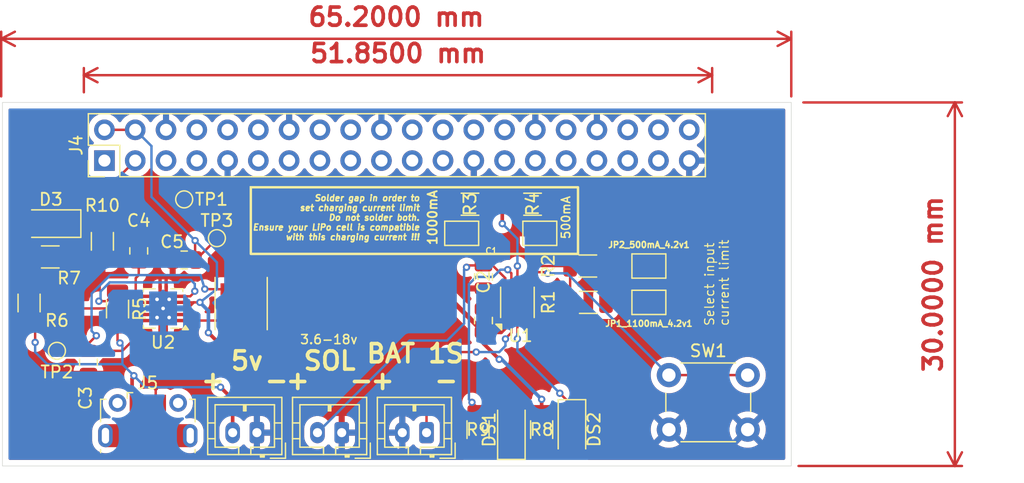
<source format=kicad_pcb>
(kicad_pcb (version 20241229) (generator "pcbnew") (generator_version "9.0")
  (layers (0 "F.Cu" signal) (2 "B.Cu" signal) (13 "F.Paste" user) (15 "B.Paste" user) (5 "F.SilkS" user "F.Silkscreen") (7 "B.SilkS" user "B.Silkscreen") (1 "F.Mask" user) (3 "B.Mask" user) (25 "Edge.Cuts" user))
  (net 0 "")
  (net 1 "GND")
  (net 2 "V_SYS")
  (net 3 "+5V")
  (net 4 "Net-(U2-FB)")
  (net 5 "Net-(U2-PG)")
  (net 6 "Net-(U1-STAT1)")
  (net 7 "Net-(JP4_ISET_500mA1-B)")
  (net 8 "ISET")
  (net 9 "Net-(JP3_ISET_1A1-B)")
  (net 10 "ILIM")
  (net 11 "Net-(JP2_500mA_4.2v1-B)")
  (net 12 "Net-(JP1_1100mA_4.2v1-B)")
  (net 13 "Net-(U1-TS{slash}MR)")
  (net 14 "+BATT")
  (net 15 "Net-(J1-Pin_2)")
  (net 17 "Net-(L1-XFL4020-102MEB1-Pad2)")
  (net 18 "Net-(U2-SS)")
  (net 51 "Net-(D3-A)")
  (net 52 "Net-(DS2-A)")
  (net 53 "Net-(DS1-K)")
  (net 54 "Net-(D3-K)")
  (net 55 "Net-(DS2-K)")
  (footprint "Jumper:SolderJumper-2_P1.3mm_Open_Pad1.0x1.5mm" (layer "F.Cu") (at 58.85 71.8)
    (property "Reference" "500mA" (at 2.15 -1.3 90) (layer "F.SilkS") (effects (font (size 0.7 0.7) (thickness 0.125))))
    (property "Value" "SolderJumper_2_Open")
    (pad "1" smd rect (at -0.65 0) (size 1 1.5) (layers "F.Cu" "F.Mask") (net 1 "GND"))
    (pad "2" smd rect (at 0.65 0) (size 1 1.5) (layers "F.Cu" "F.Mask") (net 7 "Net-(JP4_ISET_500mA1-B)"))
  )
  (footprint "Resistor_SMD:R_1206_3216Metric" (layer "F.Cu") (at 58.25 69.4)
    (property "Reference" "R4" (at 0 0 270) (layer "F.SilkS"))
    (property "Value" "600 ohm")
    (pad "1" smd roundrect (at -1.4625 0) (size 1.125 1.75) (layers "F.Cu" "F.Mask" "F.Paste") (roundrect_rratio 0.222222) (net 8 "ISET"))
    (pad "2" smd roundrect (at 1.4625 0) (size 1.125 1.75) (layers "F.Cu" "F.Mask" "F.Paste") (roundrect_rratio 0.222222) (net 7 "Net-(JP4_ISET_500mA1-B)"))
  )
  (footprint "TestPoint:TestPoint_Pad_D1.0mm" (layer "F.Cu") (at 32.2 72.2)
    (property "Reference" "TP3" (at 0 -1.448 0) (layer "F.SilkS"))
    (property "Value" "TestPoint")
    (pad "1" smd circle (at 0 0) (size 1 1) (layers "F.Cu" "F.Mask") (net 3 "+5V"))
  )
  (footprint "Jumper:SolderJumper-2_P1.3mm_Open_Pad1.0x1.5mm" (layer "F.Cu") (at 67.85 77.5 180)
    (property "Reference" "JP1_1100mA_4.2v1" (at 0 -1.75 0) (layer "F.SilkS") (effects (font (size 0.5 0.5) (thickness 0.125))))
    (property "Value" "SolderJumper_2_Open")
    (pad "1" smd rect (at -0.65 0 180) (size 1 1.5) (layers "F.Cu" "F.Mask") (net 1 "GND"))
    (pad "2" smd rect (at 0.65 0 180) (size 1 1.5) (layers "F.Cu" "F.Mask") (net 12 "Net-(JP1_1100mA_4.2v1-B)"))
  )
  (footprint "Capacitor_SMD:C_0805_2012Metric" (layer "F.Cu") (at 54.2 75.4 -90)
    (property "Reference" "C1" (at -2.15 -0.65 180) (layer "F.SilkS") (effects (font (size 0.5 0.5) (thickness 0.1) (bold yes))))
    (property "Value" "1 uF")
    (pad "1" smd roundrect (at -0.95 0 270) (size 1 1.45) (layers "F.Cu" "F.Mask" "F.Paste") (net 15 "Net-(J1-Pin_2)"))
    (pad "2" smd roundrect (at 0.95 0 270) (size 1 1.45) (layers "F.Cu" "F.Mask" "F.Paste") (net 1 "GND"))
  )
  (footprint "Resistor_SMD:R_1206_3216Metric" (layer "F.Cu") (at 16.7 77.55 90)
    (property "Reference" "R6" (at -1.45 2.3 180) (layer "F.SilkS"))
    (property "Value" "402k")
    (pad "1" smd roundrect (at -1.4625 0 90) (size 1.125 1.75) (layers "F.Cu" "F.Mask" "F.Paste") (roundrect_rratio 0.222222) (net 3 "+5V"))
    (pad "2" smd roundrect (at 1.4625 0 90) (size 1.125 1.75) (layers "F.Cu" "F.Mask" "F.Paste") (roundrect_rratio 0.222222) (net 4 "Net-(U2-FB)"))
  )
  (footprint "Jumper:SolderJumper-2_P1.3mm_Open_Pad1.0x1.5mm" (layer "F.Cu") (at 52.4 71.8 180)
    (property "Reference" "1000mA" (at 2.4 1.3 90) (layer "F.SilkS") (effects (font (size 0.75 0.75))))
    (property "Value" "SolderJumper_2_Open")
    (pad "1" smd rect (at -0.65 0 180) (size 1 1.5) (layers "F.Cu" "F.Mask") (net 1 "GND"))
    (pad "2" smd rect (at 0.65 0 180) (size 1 1.5) (layers "F.Cu" "F.Mask") (net 9 "Net-(JP3_ISET_1A1-B)"))
  )
  (footprint "LED_SMD:LED_1206_3216Metric_Pad1.42x1.75mm_HandSolder" (layer "F.Cu") (at 56.5 88 90)
    (property "Reference" "DS1" (at 0 -1.83 90) (layer "F.SilkS"))
    (property "Value" "LED")
    (pad "1" smd roundrect (at -1.4875 0 90) (size 1.425 1.75) (layers "F.Cu" "F.Mask" "F.Paste") (roundrect_rratio 0.175439) (net 53 "Net-(DS1-K)"))
    (pad "2" smd roundrect (at 1.4875 0 90) (size 1.425 1.75) (layers "F.Cu" "F.Mask" "F.Paste") (roundrect_rratio 0.175439) (net 2 "V_SYS"))
  )
  (footprint "Resistor_SMD:R_1206_3216Metric" (layer "F.Cu") (at 53.0875 69.4 180)
    (property "Reference" "R3" (at 0 0 90) (layer "F.SilkS"))
    (property "Value" "300 ohm")
    (pad "1" smd roundrect (at -1.4625 0 180) (size 1.125 1.75) (layers "F.Cu" "F.Mask" "F.Paste") (roundrect_rratio 0.222222) (net 8 "ISET"))
    (pad "2" smd roundrect (at 1.4625 0 180) (size 1.125 1.75) (layers "F.Cu" "F.Mask" "F.Paste") (roundrect_rratio 0.222222) (net 9 "Net-(JP3_ISET_1A1-B)"))
  )
  (footprint "Resistor_SMD:R_1206_3216Metric" (layer "F.Cu") (at 18.45 73.75)
    (property "Reference" "R7" (at 1.55 1.75 0) (layer "F.SilkS"))
    (property "Value" "100k")
    (pad "1" smd roundrect (at -1.4625 0) (size 1.125 1.75) (layers "F.Cu" "F.Mask" "F.Paste") (roundrect_rratio 0.222222) (net 4 "Net-(U2-FB)"))
    (pad "2" smd roundrect (at 1.4625 0) (size 1.125 1.75) (layers "F.Cu" "F.Mask" "F.Paste") (roundrect_rratio 0.222222) (net 1 "GND"))
  )
  (footprint "TestPoint:TestPoint_Pad_D1.0mm" (layer "F.Cu") (at 19 81.5)
    (property "Reference" "TP2" (at 0 1.75 0) (layer "F.SilkS"))
    (property "Value" "TestPoint")
    (pad "1" smd circle (at 0 0) (size 1 1) (layers "F.Cu" "F.Mask") (net 2 "V_SYS"))
  )
  (footprint "Resistor_SMD:R_1206_3216Metric" (layer "F.Cu") (at 22.75 72.4625 -90)
    (property "Reference" "R10" (at -2.9625 0 0) (layer "F.SilkS"))
    (property "Value" "470")
    (pad "1" smd roundrect (at -1.4625 0 270) (size 1.125 1.75) (layers "F.Cu" "F.Mask" "F.Paste") (roundrect_rratio 0.222222) (net 54 "Net-(D3-K)"))
    (pad "2" smd roundrect (at 1.4625 0 270) (size 1.125 1.75) (layers "F.Cu" "F.Mask" "F.Paste") (roundrect_rratio 0.222222) (net 1 "GND"))
  )
  (footprint "Capacitor_SMD:C_0805_2012Metric" (layer "F.Cu") (at 25.75 73.25 90)
    (property "Reference" "C4" (at 2.5 0 0) (layer "F.SilkS"))
    (property "Value" "10nF")
    (pad "1" smd roundrect (at -0.95 0 90) (size 1 1.45) (layers "F.Cu" "F.Mask" "F.Paste") (net 18 "Net-(U2-SS)"))
    (pad "2" smd roundrect (at 0.95 0 90) (size 1 1.45) (layers "F.Cu" "F.Mask" "F.Paste") (net 1 "GND"))
  )
  (footprint "LED_SMD:LED_1206_3216Metric_Pad1.42x1.75mm_HandSolder" (layer "F.Cu") (at 61.5 87.9875 -90)
    (property "Reference" "DS2" (at 0 -1.83 90) (layer "F.SilkS"))
    (property "Value" "LED")
    (pad "1" smd roundrect (at -1.4875 0 270) (size 1.425 1.75) (layers "F.Cu" "F.Mask" "F.Paste") (roundrect_rratio 0.175439) (net 55 "Net-(DS2-K)"))
    (pad "2" smd roundrect (at 1.4875 0 270) (size 1.425 1.75) (layers "F.Cu" "F.Mask" "F.Paste") (roundrect_rratio 0.175439) (net 52 "Net-(DS2-A)"))
  )
  (footprint "TestPoint:TestPoint_Pad_D1.0mm" (layer "F.Cu") (at 29.5 69)
    (property "Reference" "TP1" (at 2.25 0 0) (layer "F.SilkS"))
    (property "Value" "TestPoint")
    (pad "1" smd circle (at 0 0) (size 1 1) (layers "F.Cu" "F.Mask") (net 1 "GND"))
  )
  (footprint "Resistor_SMD:R_1206_3216Metric" (layer "F.Cu") (at 62.85 77.5)
    (property "Reference" "R1" (at -3.3 0 90) (layer "F.SilkS"))
    (property "Value" "13 Kohm")
    (pad "1" smd roundrect (at -1.4625 0) (size 1.125 1.75) (layers "F.Cu" "F.Mask" "F.Paste") (roundrect_rratio 0.222222) (net 10 "ILIM"))
    (pad "2" smd roundrect (at 1.4625 0) (size 1.125 1.75) (layers "F.Cu" "F.Mask" "F.Paste") (roundrect_rratio 0.222222) (net 12 "Net-(JP1_1100mA_4.2v1-B)"))
  )
  (footprint "Connector_USB:USB_Micro-B_Molex-105017-0001" (layer "F.Cu") (at 26.5 87.2625)
    (property "Reference" "J5" (at 0 -3.1125 0) (layer "F.SilkS"))
    (property "Value" "USB_A")
    (pad "1" smd rect (at -1.3 -1.4625) (size 0.4 1.35) (layers "F.Cu" "F.Mask" "F.Paste") (net 3 "+5V"))
    (pad "2" smd rect (at -0.65 -1.4625) (size 0.4 1.35) (layers "F.Cu" "F.Mask" "F.Paste"))
    (pad "3" smd rect (at 0 -1.4625) (size 0.4 1.35) (layers "F.Cu" "F.Mask" "F.Paste"))
    (pad "4" smd rect (at 0.65 -1.4625) (size 0.4 1.35) (layers "F.Cu" "F.Mask" "F.Paste") (net 1 "GND"))
    (pad "5" smd rect (at 1.3 -1.4625) (size 0.4 1.35) (layers "F.Cu" "F.Mask" "F.Paste"))
    (pad "6" thru_hole oval (at -3.5 1.2375 180) (size 1.2 1.9) (drill oval 0.6 1.3) (layers "*.Cu" "*.Mask"))
    (pad "6" smd rect (at -2.9 1.2375) (size 1.2 1.9) (layers "F.Cu" "F.Mask"))
    (pad "6" thru_hole circle (at -2.5 -1.4625) (size 1.45 1.45) (drill 0.85) (layers "*.Cu" "*.Mask"))
    (pad "6" smd rect (at -1 1.2375) (size 1.5 1.9) (layers "F.Cu" "F.Mask" "F.Paste"))
    (pad "6" smd rect (at 1 1.2375) (size 1.5 1.9) (layers "F.Cu" "F.Mask" "F.Paste"))
    (pad "6" thru_hole circle (at 2.5 -1.4625) (size 1.45 1.45) (drill 0.85) (layers "*.Cu" "*.Mask"))
    (pad "6" smd rect (at 2.9 1.2375) (size 1.2 1.9) (layers "F.Cu" "F.Mask"))
    (pad "6" thru_hole oval (at 3.5 1.2375) (size 1.2 1.9) (drill oval 0.6 1.3) (layers "*.Cu" "*.Mask"))
  )
  (footprint "Resistor_SMD:R_1206_3216Metric" (layer "F.Cu") (at 24 78.05 -90)
    (property "Reference" "R5" (at 0 -1.83 270) (layer "F.SilkS"))
    (property "Value" "1M")
    (pad "1" smd roundrect (at -1.4625 0 270) (size 1.125 1.75) (layers "F.Cu" "F.Mask" "F.Paste") (roundrect_rratio 0.222222) (net 5 "Net-(U2-PG)"))
    (pad "2" smd roundrect (at 1.4625 0 270) (size 1.125 1.75) (layers "F.Cu" "F.Mask" "F.Paste") (roundrect_rratio 0.222222) (net 3 "+5V"))
  )
  (footprint "Inductor_SMD:L_Coilcraft_XxL4020" (layer "F.Cu") (at 34.2 77.6 -90)
    (property "Reference" "L1-XFL4020-102MEB1" (hide yes))
    (property "Value" "1uH")
    (pad "1" smd rect (at -1.185 0 270) (size 0.98 3.4) (layers "F.Cu" "F.Mask" "F.Paste") (net 2 "V_SYS"))
    (pad "2" smd rect (at 1.185 0 270) (size 0.98 3.4) (layers "F.Cu" "F.Mask" "F.Paste") (net 17 "Net-(L1-XFL4020-102MEB1-Pad2)"))
  )
  (footprint "Package_SON:Texas_S-PVSON-N10_ThermalVias" (layer "F.Cu") (at 27.76 78 180)
    (property "Reference" "U2" (at 0 -2.8 180) (layer "F.SilkS"))
    (property "Value" "TPS61230DRC")
    (pad "1" smd rect (at -1.76 -1 180) (size 0.28 0.28) (layers "F.Cu" "F.Mask" "F.Paste") (net 17 "Net-(L1-XFL4020-102MEB1-Pad2)"))
    (pad "1" smd oval (at -1.475 -1 180) (size 0.85 0.28) (layers "F.Cu" "F.Mask" "F.Paste") (net 17 "Net-(L1-XFL4020-102MEB1-Pad2)"))
    (pad "2" smd rect (at -1.76 -0.5 180) (size 0.28 0.28) (layers "F.Cu" "F.Mask" "F.Paste") (net 17 "Net-(L1-XFL4020-102MEB1-Pad2)"))
    (pad "2" smd oval (at -1.475 -0.5 180) (size 0.85 0.28) (layers "F.Cu" "F.Mask" "F.Paste") (net 17 "Net-(L1-XFL4020-102MEB1-Pad2)"))
    (pad "3" smd rect (at -1.76 0 180) (size 0.28 0.28) (layers "F.Cu" "F.Mask" "F.Paste") (net 3 "+5V"))
    (pad "3" smd oval (at -1.475 0 180) (size 0.85 0.28) (layers "F.Cu" "F.Mask" "F.Paste") (net 3 "+5V"))
    (pad "4" smd rect (at -1.76 0.5 180) (size 0.28 0.28) (layers "F.Cu" "F.Mask" "F.Paste") (net 3 "+5V"))
    (pad "4" smd oval (at -1.475 0.5 180) (size 0.85 0.28) (layers "F.Cu" "F.Mask" "F.Paste") (net 3 "+5V"))
    (pad "5" smd rect (at -1.76 1 180) (size 0.28 0.28) (layers "F.Cu" "F.Mask" "F.Paste") (net 5 "Net-(U2-PG)"))
    (pad "5" smd oval (at -1.475 1 180) (size 0.85 0.28) (layers "F.Cu" "F.Mask" "F.Paste") (net 5 "Net-(U2-PG)"))
    (pad "6" smd oval (at 1.475 1 180) (size 0.85 0.28) (layers "F.Cu" "F.Mask" "F.Paste") (net 18 "Net-(U2-SS)"))
    (pad "6" smd rect (at 1.76 1 180) (size 0.28 0.28) (layers "F.Cu" "F.Mask" "F.Paste") (net 18 "Net-(U2-SS)"))
    (pad "7" smd oval (at 1.475 0.5 180) (size 0.85 0.28) (layers "F.Cu" "F.Mask" "F.Paste") (net 4 "Net-(U2-FB)"))
    (pad "7" smd rect (at 1.76 0.5 180) (size 0.28 0.28) (layers "F.Cu" "F.Mask" "F.Paste") (net 4 "Net-(U2-FB)"))
    (pad "8" smd oval (at 1.475 0 180) (size 0.85 0.28) (layers "F.Cu" "F.Mask" "F.Paste"))
    (pad "8" smd rect (at 1.76 0 180) (size 0.28 0.28) (layers "F.Cu" "F.Mask" "F.Paste"))
    (pad "9" smd oval (at 1.475 -0.5 180) (size 0.85 0.28) (layers "F.Cu" "F.Mask" "F.Paste") (net 2 "V_SYS"))
    (pad "9" smd rect (at 1.76 -0.5 180) (size 0.28 0.28) (layers "F.Cu" "F.Mask" "F.Paste") (net 2 "V_SYS"))
    (pad "10" smd oval (at 1.475 -1 180) (size 0.85 0.28) (layers "F.Cu" "F.Mask" "F.Paste") (net 2 "V_SYS"))
    (pad "10" smd rect (at 1.76 -1 180) (size 0.28 0.28) (layers "F.Cu" "F.Mask" "F.Paste") (net 2 "V_SYS"))
    (pad "11" thru_hole circle (at -0.5 -0.75 180) (size 0.6 0.6) (drill 0.3) (layers "*.Cu" "*.Mask") (net 1 "GND"))
    (pad "11" thru_hole circle (at -0.5 0.75 180) (size 0.6 0.6) (drill 0.3) (layers "*.Cu" "*.Mask") (net 1 "GND"))
    (pad "11" smd rect (at -0.45 -0.635 180) (size 0.68 1.05) (layers "F.Cu" "F.Mask" "F.Paste") (net 1 "GND"))
    (pad "11" smd rect (at -0.45 0.635 180) (size 0.68 1.05) (layers "F.Cu" "F.Mask" "F.Paste") (net 1 "GND"))
    (pad "11" smd rect (at -0.25 -1.63 180) (size 0.26 0.5) (layers "F.Cu" "F.Mask" "F.Paste") (net 1 "GND"))
    (pad "11" smd rect (at -0.25 -1.55 180) (size 0.28 0.7) (layers "F.Cu" "F.Mask") (net 1 "GND"))
    (pad "11" smd rect (at -0.25 1.55 180) (size 0.28 0.7) (layers "F.Cu" "F.Mask") (net 1 "GND"))
    (pad "11" smd rect (at -0.25 1.63 180) (size 0.26 0.5) (layers "F.Cu" "F.Mask" "F.Paste") (net 1 "GND"))
    (pad "11" thru_hole circle (at 0 0 180) (size 0.6 0.6) (drill 0.3) (layers "*.Cu" "*.Mask") (net 1 "GND"))
    (pad "11" smd rect (at 0 0 180) (size 1.65 2.4) (layers "F.Cu" "F.Mask") (net 1 "GND"))
    (pad "11" smd rect (at 0 0 180) (size 2.3 2.8) (layers "B.Cu") (net 1 "GND"))
    (pad "11" smd rect (at 0.25 -1.63 180) (size 0.26 0.5) (layers "F.Cu" "F.Mask" "F.Paste") (net 1 "GND"))
    (pad "11" smd rect (at 0.25 -1.55 180) (size 0.28 0.7) (layers "F.Cu" "F.Mask") (net 1 "GND"))
    (pad "11" smd rect (at 0.25 1.55 180) (size 0.28 0.7) (layers "F.Cu" "F.Mask") (net 1 "GND"))
    (pad "11" smd rect (at 0.25 1.63 180) (size 0.26 0.5) (layers "F.Cu" "F.Mask" "F.Paste") (net 1 "GND"))
    (pad "11" smd rect (at 0.45 -0.635 180) (size 0.68 1.05) (layers "F.Cu" "F.Mask" "F.Paste") (net 1 "GND"))
    (pad "11" smd rect (at 0.45 0.635 180) (size 0.68 1.05) (layers "F.Cu" "F.Mask" "F.Paste") (net 1 "GND"))
    (pad "11" thru_hole circle (at 0.5 -0.75 180) (size 0.6 0.6) (drill 0.3) (layers "*.Cu" "*.Mask") (net 1 "GND"))
    (pad "11" thru_hole circle (at 0.5 0.75 180) (size 0.6 0.6) (drill 0.3) (layers "*.Cu" "*.Mask") (net 1 "GND"))
  )
  (footprint "Connector_PinHeader_2.54mm:PinHeader_2x20_P2.54mm_Vertical" (layer "F.Cu") (at 22.92 65.8 90)
    (property "Reference" "J4" (at 1.27 -2.33 270) (layer "F.SilkS"))
    (property "Value" "Conn_02x20_Odd_Even" (hide yes))
    (pad "1" thru_hole rect (at 0 0 90) (size 1.7 1.7) (drill 1) (layers "*.Cu" "*.Mask"))
    (pad "2" thru_hole oval (at 2.54 0 90) (size 1.7 1.7) (drill 1) (layers "*.Cu" "*.Mask") (net 3 "+5V"))
    (pad "3" thru_hole oval (at 0 2.54 90) (size 1.7 1.7) (drill 1) (layers "*.Cu" "*.Mask") (net 51 "Net-(D3-A)"))
    (pad "4" thru_hole oval (at 2.54 2.54 90) (size 1.7 1.7) (drill 1) (layers "*.Cu" "*.Mask") (net 3 "+5V"))
    (pad "5" thru_hole oval (at 0 5.08 90) (size 1.7 1.7) (drill 1) (layers "*.Cu" "*.Mask"))
    (pad "6" thru_hole oval (at 2.54 5.08 90) (size 1.7 1.7) (drill 1) (layers "*.Cu" "*.Mask") (net 1 "GND"))
    (pad "7" thru_hole oval (at 0 7.62 90) (size 1.7 1.7) (drill 1) (layers "*.Cu" "*.Mask"))
    (pad "8" thru_hole oval (at 2.54 7.62 90) (size 1.7 1.7) (drill 1) (layers "*.Cu" "*.Mask"))
    (pad "9" thru_hole oval (at 0 10.16 90) (size 1.7 1.7) (drill 1) (layers "*.Cu" "*.Mask") (net 1 "GND"))
    (pad "10" thru_hole oval (at 2.54 10.16 90) (size 1.7 1.7) (drill 1) (layers "*.Cu" "*.Mask"))
    (pad "11" thru_hole oval (at 0 12.7 90) (size 1.7 1.7) (drill 1) (layers "*.Cu" "*.Mask"))
    (pad "12" thru_hole oval (at 2.54 12.7 90) (size 1.7 1.7) (drill 1) (layers "*.Cu" "*.Mask"))
    (pad "13" thru_hole oval (at 0 15.24 90) (size 1.7 1.7) (drill 1) (layers "*.Cu" "*.Mask"))
    (pad "14" thru_hole oval (at 2.54 15.24 90) (size 1.7 1.7) (drill 1) (layers "*.Cu" "*.Mask") (net 1 "GND"))
    (pad "15" thru_hole oval (at 0 17.78 90) (size 1.7 1.7) (drill 1) (layers "*.Cu" "*.Mask"))
    (pad "16" thru_hole oval (at 2.54 17.78 90) (size 1.7 1.7) (drill 1) (layers "*.Cu" "*.Mask"))
    (pad "17" thru_hole oval (at 0 20.32 90) (size 1.7 1.7) (drill 1) (layers "*.Cu" "*.Mask"))
    (pad "18" thru_hole oval (at 2.54 20.32 90) (size 1.7 1.7) (drill 1) (layers "*.Cu" "*.Mask"))
    (pad "19" thru_hole oval (at 0 22.86 90) (size 1.7 1.7) (drill 1) (layers "*.Cu" "*.Mask"))
    (pad "20" thru_hole oval (at 2.54 22.86 90) (size 1.7 1.7) (drill 1) (layers "*.Cu" "*.Mask") (net 1 "GND"))
    (pad "21" thru_hole oval (at 0 25.4 90) (size 1.7 1.7) (drill 1) (layers "*.Cu" "*.Mask"))
    (pad "22" thru_hole oval (at 2.54 25.4 90) (size 1.7 1.7) (drill 1) (layers "*.Cu" "*.Mask"))
    (pad "23" thru_hole oval (at 0 27.94 90) (size 1.7 1.7) (drill 1) (layers "*.Cu" "*.Mask"))
    (pad "24" thru_hole oval (at 2.54 27.94 90) (size 1.7 1.7) (drill 1) (layers "*.Cu" "*.Mask"))
    (pad "25" thru_hole oval (at 0 30.48 90) (size 1.7 1.7) (drill 1) (layers "*.Cu" "*.Mask") (net 1 "GND"))
    (pad "26" thru_hole oval (at 2.54 30.48 90) (size 1.7 1.7) (drill 1) (layers "*.Cu" "*.Mask"))
    (pad "27" thru_hole oval (at 0 33.02 90) (size 1.7 1.7) (drill 1) (layers "*.Cu" "*.Mask"))
    (pad "28" thru_hole oval (at 2.54 33.02 90) (size 1.7 1.7) (drill 1) (layers "*.Cu" "*.Mask"))
    (pad "29" thru_hole oval (at 0 35.56 90) (size 1.7 1.7) (drill 1) (layers "*.Cu" "*.Mask"))
    (pad "30" thru_hole oval (at 2.54 35.56 90) (size 1.7 1.7) (drill 1) (layers "*.Cu" "*.Mask") (net 1 "GND"))
    (pad "31" thru_hole oval (at 0 38.1 90) (size 1.7 1.7) (drill 1) (layers "*.Cu" "*.Mask"))
    (pad "32" thru_hole oval (at 2.54 38.1 90) (size 1.7 1.7) (drill 1) (layers "*.Cu" "*.Mask"))
    (pad "33" thru_hole oval (at 0 40.64 90) (size 1.7 1.7) (drill 1) (layers "*.Cu" "*.Mask"))
    (pad "34" thru_hole oval (at 2.54 40.64 90) (size 1.7 1.7) (drill 1) (layers "*.Cu" "*.Mask") (net 1 "GND"))
    (pad "35" thru_hole oval (at 0 43.18 90) (size 1.7 1.7) (drill 1) (layers "*.Cu" "*.Mask"))
    (pad "36" thru_hole oval (at 2.54 43.18 90) (size 1.7 1.7) (drill 1) (layers "*.Cu" "*.Mask"))
    (pad "37" thru_hole oval (at 0 45.72 90) (size 1.7 1.7) (drill 1) (layers "*.Cu" "*.Mask"))
    (pad "38" thru_hole oval (at 2.54 45.72 90) (size 1.7 1.7) (drill 1) (layers "*.Cu" "*.Mask"))
    (pad "39" thru_hole oval (at 0 48.26 90) (size 1.7 1.7) (drill 1) (layers "*.Cu" "*.Mask") (net 1 "GND"))
    (pad "40" thru_hole oval (at 2.54 48.26 90) (size 1.7 1.7) (drill 1) (layers "*.Cu" "*.Mask"))
  )
  (footprint "Resistor_SMD:R_1206_3216Metric" (layer "F.Cu") (at 53.75 88 90)
    (property "Reference" "R9" (at 0 0 0) (layer "F.SilkS"))
    (property "Value" "2.2k")
    (pad "1" smd roundrect (at -1.4625 0 90) (size 1.125 1.75) (layers "F.Cu" "F.Mask" "F.Paste") (roundrect_rratio 0.222222) (net 53 "Net-(DS1-K)"))
    (pad "2" smd roundrect (at 1.4625 0 90) (size 1.125 1.75) (layers "F.Cu" "F.Mask" "F.Paste") (roundrect_rratio 0.222222) (net 6 "Net-(U1-STAT1)"))
  )
  (footprint "Resistor_SMD:R_1206_3216Metric" (layer "F.Cu") (at 62.8125 74.5)
    (property "Reference" "R2" (at -3.2625 0 90) (layer "F.SilkS"))
    (property "Value" "18 Kohm")
    (pad "1" smd roundrect (at -1.4625 0) (size 1.125 1.75) (layers "F.Cu" "F.Mask" "F.Paste") (roundrect_rratio 0.222222) (net 10 "ILIM"))
    (pad "2" smd roundrect (at 1.4625 0) (size 1.125 1.75) (layers "F.Cu" "F.Mask" "F.Paste") (roundrect_rratio 0.222222) (net 11 "Net-(JP2_500mA_4.2v1-B)"))
  )
  (footprint "Package_SON:WSON-10-1EP_2.5x2.5mm_P0.5mm_EP1.2x2mm" (layer "F.Cu") (at 57 77.5 90)
    (property "Reference" "U1" (at -2.75 0.25 0) (layer "F.SilkS"))
    (property "Value" "BQ25185")
    (pad "1" smd roundrect (at -1.2125 -1 90) (size 0.825 0.25) (layers "F.Cu" "F.Mask" "F.Paste") (net 2 "V_SYS"))
    (pad "2" smd roundrect (at -1.2125 -0.5 90) (size 0.825 0.25) (layers "F.Cu" "F.Mask" "F.Paste") (net 14 "+BATT"))
    (pad "3" smd roundrect (at -1.2125 0 90) (size 0.825 0.25) (layers "F.Cu" "F.Mask" "F.Paste") (net 55 "Net-(DS2-K)"))
    (pad "4" smd roundrect (at -1.2125 0.5 90) (size 0.825 0.25) (layers "F.Cu" "F.Mask" "F.Paste") (net 1 "GND"))
    (pad "5" smd roundrect (at -1.2125 1 90) (size 0.825 0.25) (layers "F.Cu" "F.Mask" "F.Paste") (net 1 "GND"))
    (pad "6" smd roundrect (at 1.2125 1 90) (size 0.825 0.25) (layers "F.Cu" "F.Mask" "F.Paste") (net 13 "Net-(U1-TS{slash}MR)"))
    (pad "7" smd roundrect (at 1.2125 0.5 90) (size 0.825 0.25) (layers "F.Cu" "F.Mask" "F.Paste") (net 10 "ILIM"))
    (pad "8" smd roundrect (at 1.2125 0 90) (size 0.825 0.25) (layers "F.Cu" "F.Mask" "F.Paste") (net 8 "ISET"))
    (pad "9" smd roundrect (at 1.2125 -0.5 90) (size 0.825 0.25) (layers "F.Cu" "F.Mask" "F.Paste") (net 6 "Net-(U1-STAT1)"))
    (pad "10" smd roundrect (at 1.2125 -1 90) (size 0.825 0.25) (layers "F.Cu" "F.Mask" "F.Paste") (net 15 "Net-(J1-Pin_2)"))
    (pad "11" smd rect (at 0 0 90) (size 1.2 2) (property pad_prop_heatsink) (layers "F.Cu" "F.Mask"))
  )
  (footprint "LED_SMD:LED_1206_3216Metric_Pad1.42x1.75mm_HandSolder" (layer "F.Cu") (at 18.5125 71 180)
    (property "Reference" "D3" (at 0.0125 2 0) (layer "F.SilkS"))
    (property "Value" "LED")
    (pad "1" smd roundrect (at -1.4875 0 180) (size 1.425 1.75) (layers "F.Cu" "F.Mask" "F.Paste") (roundrect_rratio 0.175439) (net 54 "Net-(D3-K)"))
    (pad "2" smd roundrect (at 1.4875 0 180) (size 1.425 1.75) (layers "F.Cu" "F.Mask" "F.Paste") (roundrect_rratio 0.175439) (net 51 "Net-(D3-A)"))
  )
  (footprint "Capacitor_SMD:C_0805_2012Metric" (layer "F.Cu") (at 21.6 82.45 -90)
    (property "Reference" "C3" (at 2.95 0.25 90) (layer "F.SilkS"))
    (property "Value" "22 nF")
    (pad "1" smd roundrect (at -0.95 0 270) (size 1 1.45) (layers "F.Cu" "F.Mask" "F.Paste") (net 2 "V_SYS"))
    (pad "2" smd roundrect (at 0.95 0 270) (size 1 1.45) (layers "F.Cu" "F.Mask" "F.Paste") (net 1 "GND"))
  )
  (footprint "Capacitor_SMD:C_0805_2012Metric" (layer "F.Cu") (at 54.2 79 90)
    (property "Reference" "C2" (at 3.2 0 270) (layer "F.SilkS"))
    (property "Value" "1uF")
    (pad "1" smd roundrect (at -0.95 0 90) (size 1 1.45) (layers "F.Cu" "F.Mask" "F.Paste") (net 2 "V_SYS"))
    (pad "2" smd roundrect (at 0.95 0 90) (size 1 1.45) (layers "F.Cu" "F.Mask" "F.Paste") (net 1 "GND"))
  )
  (footprint "Jumper:SolderJumper-2_P1.3mm_Open_Pad1.0x1.5mm" (layer "F.Cu") (at 67.85 74.5 180)
    (property "Reference" "JP2_500mA_4.2v1" (at 0 1.75 0) (layer "F.SilkS") (effects (font (size 0.5 0.5) (thickness 0.125))))
    (property "Value" "SolderJumper_2_Open")
    (pad "1" smd rect (at -0.65 0 180) (size 1 1.5) (layers "F.Cu" "F.Mask") (net 1 "GND"))
    (pad "2" smd rect (at 0.65 0 180) (size 1 1.5) (layers "F.Cu" "F.Mask") (net 11 "Net-(JP2_500mA_4.2v1-B)"))
  )
  (footprint "Resistor_SMD:R_1206_3216Metric" (layer "F.Cu") (at 59 88 90)
    (property "Reference" "R8" (at 0 0 0) (layer "F.SilkS"))
    (property "Value" "2.2k")
    (pad "1" smd roundrect (at -1.4625 0 90) (size 1.125 1.75) (layers "F.Cu" "F.Mask" "F.Paste") (roundrect_rratio 0.222222) (net 52 "Net-(DS2-A)"))
    (pad "2" smd roundrect (at 1.4625 0 90) (size 1.125 1.75) (layers "F.Cu" "F.Mask" "F.Paste") (roundrect_rratio 0.222222) (net 2 "V_SYS"))
  )
  (footprint "Connector_JST:JST_PH_B2B-PH-K_1x02_P2.00mm_Vertical" (layer "F.Cu") (at 42.5 88.25 180)
    (property "Reference" "J1" (hide yes))
    (property "Value" "SOLAR")
    (pad "1" thru_hole roundrect (at 0 0 180) (size 1.2 1.75) (drill 0.75) (layers "*.Cu" "*.Mask") (roundrect_rratio 0.208333) (net 1 "GND"))
    (pad "2" thru_hole oval (at 2 0 180) (size 1.2 1.75) (drill 0.75) (layers "*.Cu" "*.Mask") (net 15 "Net-(J1-Pin_2)"))
  )
  (footprint "Connector_JST:JST_PH_B2B-PH-K_1x02_P2.00mm_Vertical" (layer "F.Cu") (at 35.5 88.25 180)
    (property "Reference" "J2" (hide yes))
    (property "Value" "LOAD")
    (pad "1" thru_hole roundrect (at 0 0 180) (size 1.2 1.75) (drill 0.75) (layers "*.Cu" "*.Mask") (roundrect_rratio 0.208333) (net 1 "GND"))
    (pad "2" thru_hole oval (at 2 0 180) (size 1.2 1.75) (drill 0.75) (layers "*.Cu" "*.Mask") (net 3 "+5V"))
  )
  (footprint "Capacitor_SMD:C_0805_2012Metric" (layer "F.Cu") (at 29.5 74 180)
    (property "Reference" "C5" (at 1 1.5 180) (layer "F.SilkS"))
    (property "Value" "22 uF")
    (pad "1" smd roundrect (at -0.95 0 180) (size 1 1.45) (layers "F.Cu" "F.Mask" "F.Paste") (net 3 "+5V"))
    (pad "2" smd roundrect (at 0.95 0 180) (size 1 1.45) (layers "F.Cu" "F.Mask" "F.Paste") (net 1 "GND"))
  )
  (footprint "Connector_JST:JST_PH_B2B-PH-K_1x02_P2.00mm_Vertical" (layer "F.Cu") (at 49.5 88.25 180)
    (property "Reference" "J3" (hide yes))
    (property "Value" "Conn_01x02_Pin")
    (pad "1" thru_hole roundrect (at 0 0 180) (size 1.2 1.75) (drill 0.75) (layers "*.Cu" "*.Mask") (roundrect_rratio 0.208333) (net 14 "+BATT"))
    (pad "2" thru_hole oval (at 2 0 180) (size 1.2 1.75) (drill 0.75) (layers "*.Cu" "*.Mask") (net 1 "GND"))
  )
  (footprint "Button_Switch_THT:SW_PUSH_6mm" (layer "F.Cu") (at 69.5 83.5)
    (property "Reference" "SW1" (at 3.25 -2 0) (layer "F.SilkS"))
    (property "Value" "SW_Push")
    (pad "1" thru_hole circle (at 0 0 90) (size 2 2) (drill 1.1) (layers "*.Cu" "*.Mask") (net 13 "Net-(U1-TS{slash}MR)"))
    (pad "1" thru_hole circle (at 6.5 0 90) (size 2 2) (drill 1.1) (layers "*.Cu" "*.Mask") (net 13 "Net-(U1-TS{slash}MR)"))
    (pad "2" thru_hole circle (at 0 4.5 90) (size 2 2) (drill 1.1) (layers "*.Cu" "*.Mask") (net 1 "GND"))
    (pad "2" thru_hole circle (at 6.5 4.5 90) (size 2 2) (drill 1.1) (layers "*.Cu" "*.Mask") (net 1 "GND"))
  )
  (gr_rect (start 35 68) (end 62 73.5) (stroke (width 0.2)) (fill no) (layer "F.SilkS"))
  (gr_rect (start 14.5 61) (end 79.6 91) (stroke (width 0.05)) (fill no) (layer "Edge.Cuts"))
  (gr_text "Solder gap in order to\nset charging current limit\nDo not solder both.\nEnsure your LiPo cell is compatible\nwith this charging current !!!" (at 49 70.5 0) (layer "F.SilkS") (effects (font (size 0.5 0.5) (thickness 0.125) (bold yes) (italic yes)) (justify right)))
  (gr_text "SOL" (at 39.2 83.2 0) (layer "F.SilkS") (effects (font (size 1.5 1.5) (thickness 0.3) (bold yes)) (justify left bottom)))
  (gr_text "3.6-18v\n" (at 39 81 0) (layer "F.SilkS") (effects (font (size 0.75 0.75) (thickness 0.125) (bold yes)) (justify left bottom)))
  (gr_text "5v" (at 33.2 83.2 0) (layer "F.SilkS") (effects (font (size 1.5 1.5) (thickness 0.3) (bold yes)) (justify left bottom)))
  (gr_text "-" (at 43 84.8 0) (layer "F.SilkS") (effects (font (size 1.5 1.5) (thickness 0.3) (bold yes)) (justify left bottom)))
  (gr_text "Select input\ncurrent limit" (at 74.5 79.5 90) (layer "F.SilkS") (effects (font (size 0.75 0.75) (thickness 0.1)) (justify left bottom)))
  (gr_text "-" (at 50 84.8 0) (layer "F.SilkS") (effects (font (size 1.5 1.5) (thickness 0.3) (bold yes)) (justify left bottom)))
  (gr_text "+" (at 40 84.8 0) (layer "F.SilkS") (effects (font (size 1.5 1.5) (thickness 0.3) (bold yes)) (justify left bottom mirror)))
  (gr_text "+" (at 33 84.8 0) (layer "F.SilkS") (effects (font (size 1.5 1.5) (thickness 0.3) (bold yes)) (justify left bottom mirror)))
  (gr_text "BAT 1S" (at 44.4 82.6 0) (layer "F.SilkS") (effects (font (size 1.5 1.5) (thickness 0.3) (bold yes)) (justify left bottom)))
  (gr_text "-" (at 36 84.8 0) (layer "F.SilkS") (effects (font (size 1.5 1.5) (thickness 0.3) (bold yes)) (justify left bottom)))
  (gr_text "+" (at 47 84.8 0) (layer "F.SilkS") (effects (font (size 1.5 1.5) (thickness 0.3) (bold yes)) (justify left bottom mirror)))
  (dimension (type orthogonal) (layer "F.Cu") (pts (xy 21.22 60.66) (xy 73.07 60.66)) (height -1.91) (orientation 0) (format (prefix "") (suffix "") (units 3) (units_format 1) (precision 4)) (style (thickness 0.2) (arrow_length 1.27) (text_position_mode 0) (arrow_direction outward) (extension_height 0.58642) (extension_offset 0.5) (keep_text_aligned yes)) (gr_text "51.8500 mm" (at 47.145 56.95 0) (layer "F.Cu") (effects (font (size 1.5 1.5) (thickness 0.3)))))
  (dimension (type orthogonal) (layer "F.Cu") (pts (xy 14.4 61) (xy 79.6 61)) (height -5.25) (orientation 0) (format (prefix "") (suffix "") (units 3) (units_format 1) (precision 4)) (style (thickness 0.2) (arrow_length 1.27) (text_position_mode 0) (arrow_direction outward) (extension_height 0.58642) (extension_offset 0.5) (keep_text_aligned yes)) (gr_text "65.2000 mm" (at 47 53.95 0) (layer "F.Cu") (effects (font (size 1.5 1.5) (thickness 0.3)))))
  (dimension (type orthogonal) (layer "F.Cu") (pts (xy 80.1 61) (xy 79.7 91)) (height 13) (orientation 1) (format (prefix "") (suffix "") (units 3) (units_format 1) (precision 4)) (style (thickness 0.2) (arrow_length 1.27) (text_position_mode 0) (arrow_direction outward) (extension_height 0.58642) (extension_offset 0.5) (keep_text_aligned yes)) (gr_text "30.0000 mm" (at 91.3 76 90) (layer "F.Cu") (effects (font (size 1.5 1.5) (thickness 0.3)))))
  (segment (start 68 78) (end 68.5 77.5) (width 0.2) (layer "F.Cu") (net 1))
  (segment (start 27.15 85.8) (end 27.15 81.35) (width 0.2) (layer "F.Cu") (net 1))
  (segment (start 53.15 72.6) (end 53.05 72.5) (width 0.2) (layer "F.Cu") (net 1))
  (segment (start 53.05 72.5) (end 53.05 71.8) (width 0.2) (layer "F.Cu") (net 1))
  (segment (start 68 78.45) (end 68 78) (width 0.2) (layer "F.Cu") (net 1))
  (segment (start 27.51 80.99) (end 27.51 79.55) (width 0.2) (layer "F.Cu") (net 1))
  (segment (start 27.15 81.35) (end 27.51 80.99) (width 0.2) (layer "F.Cu") (net 1))
  (segment (start 28.01 80.49) (end 27.51 80.99) (width 0.2) (layer "F.Cu") (net 1))
  (segment (start 28.01 79.63) (end 28.01 80.49) (width 0.2) (layer "F.Cu") (net 1))
  (segment (start 25.2 78.8) (end 25.2 79.4) (width 0.2) (layer "F.Cu") (net 2))
  (segment (start 21.6 81.5) (end 19 81.5) (width 0.3) (layer "F.Cu") (net 2))
  (segment (start 25.2 79.4) (end 25.6 79) (width 0.2) (layer "F.Cu") (net 2))
  (segment (start 50.665 76.415) (end 54.2 79.95) (width 0.4) (layer "F.Cu") (net 2))
  (segment (start 21.6 81.5) (end 24.399943 81.5) (width 0.2) (layer "F.Cu") (net 2))
  (segment (start 54.2 80.900735) (end 55.499265 82.2) (width 0.3) (layer "F.Cu") (net 2))
  (segment (start 56 79.6) (end 55.65 79.95) (width 0.35) (layer "F.Cu") (net 2))
  (segment (start 25.2 80.699943) (end 25.2 79.4) (width 0.2) (layer "F.Cu") (net 2))
  (segment (start 21.6 81.5) (end 21.6 80.9) (width 0.2) (layer "F.Cu") (net 2))
  (segment (start 32.015 76.415) (end 34.2 76.415) (width 0.2) (layer "F.Cu") (net 2))
  (segment (start 26 78.5) (end 25.5 78.5) (width 0.2) (layer "F.Cu") (net 2))
  (segment (start 25.5 78.5) (end 25.2 78.8) (width 0.2) (layer "F.Cu") (net 2))
  (segment (start 56 78.7125) (end 56 79.6) (width 0.35) (layer "F.Cu") (net 2))
  (segment (start 21.6 80.9) (end 22.25 80.25) (width 0.2) (layer "F.Cu") (net 2))
  (segment (start 19.1 81.4) (end 19 81.5) (width 0.2) (layer "F.Cu") (net 2))
  (segment (start 31.2 76.4) (end 32.015 76.415) (width 0.2) (layer "F.Cu") (net 2))
  (segment (start 55.65 79.95) (end 54.2 79.95) (width 0.35) (layer "F.Cu") (net 2))
  (segment (start 58.975 86.5125) (end 59 86.5375) (width 0.3) (layer "F.Cu") (net 2))
  (segment (start 56.5 86.5125) (end 58.975 86.5125) (width 0.3) (layer "F.Cu") (net 2))
  (segment (start 59 85.5) (end 59 86.5375) (width 0.3) (layer "F.Cu") (net 2))
  (segment (start 54.2 79.95) (end 54.2 80.900735) (width 0.3) (layer "F.Cu") (net 2))
  (segment (start 24.399943 81.5) (end 25.2 80.699943) (width 0.2) (layer "F.Cu") (net 2))
  (segment (start 50.665 76.415) (end 34.2 76.415) (width 0.4) (layer "F.Cu") (net 2))
  (segment (start 25.6 79) (end 26 79) (width 0.2) (layer "F.Cu") (net 2))
  (via (at 59 85.5) (size 0.6) (drill 0.3) (layers "F.Cu" "B.Cu") (net 2))
  (via (at 22.25 80.25) (size 0.6) (drill 0.3) (layers "F.Cu" "B.Cu") (net 2))
  (via (at 55.499265 82.2) (size 0.6) (drill 0.3) (layers "F.Cu" "B.Cu") (net 2))
  (via (at 31.2 76.4) (size 0.6) (drill 0.3) (layers "F.Cu" "B.Cu") (net 2))
  (segment (start 55.7 82.2) (end 59 85.5) (width 0.3) (layer "B.Cu") (net 2))
  (segment (start 21.859002 79.859002) (end 22.25 80.25) (width 0.2) (layer "B.Cu") (net 2))
  (segment (start 23.3839 75.249) (end 21.859002 76.773898) (width 0.2) (layer "B.Cu") (net 2))
  (segment (start 55.499265 82.2) (end 55.7 82.2) (width 0.3) (layer "B.Cu") (net 2))
  (segment (start 21.859002 76.773898) (end 21.859002 79.859002) (width 0.2) (layer "B.Cu") (net 2))
  (segment (start 30.849 75.249) (end 23.3839 75.249) (width 0.2) (layer "B.Cu") (net 2))
  (segment (start 31.2 76.4) (end 30.849 75.249) (width 0.2) (layer "B.Cu") (net 2))
  (segment (start 30.4 73.95) (end 30.45 74) (width 0.2) (layer "F.Cu") (net 3))
  (segment (start 32.2 72.2) (end 32.2 72.25) (width 0.2) (layer "F.Cu") (net 3))
  (segment (start 31.5 80) (end 33.5 82) (width 0.3) (layer "F.Cu") (net 3))
  (segment (start 32.2 72.25) (end 30.45 74) (width 0.2) (layer "F.Cu") (net 3))
  (segment (start 33.5 82) (end 33.5 85.5) (width 0.3) (layer "F.Cu") (net 3))
  (segment (start 25.2 83.8) (end 25.2 85.8) (width 0.3) (layer "F.Cu") (net 3))
  (segment (start 17.2 79.6) (end 16.7 79.1) (width 0.2) (layer "F.Cu") (net 3))
  (segment (start 33.5 85.5) (end 32.5 84.5) (width 0.3) (layer "F.Cu") (net 3))
  (segment (start 17.2 80.8) (end 17.2 79.6) (width 0.2) (layer "F.Cu") (net 3))
  (segment (start 22.92 63.26) (end 25.46 63.26) (width 0.2) (layer "F.Cu") (net 3))
  (segment (start 29.801413 78) (end 30.301413 77.5) (width 0.2) (layer "F.Cu") (net 3))
  (segment (start 30.301413 77.5) (end 29.52 77.5) (width 0.2) (layer "F.Cu") (net 3))
  (segment (start 33.5 85.5) (end 33.5 88.25) (width 0.3) (layer "F.Cu") (net 3))
  (segment (start 25.35 83.55) (end 25.2 83.8) (width 0.3) (layer "F.Cu") (net 3))
  (segment (start 24 80.65) (end 24.2 80.85) (width 0.2) (layer "F.Cu") (net 3))
  (segment (start 24 79.6) (end 24 80.65) (width 0.2) (layer "F.Cu") (net 3))
  (segment (start 29.52 78) (end 29.801413 78) (width 0.2) (layer "F.Cu") (net 3))
  (segment (start 30.4 72.4) (end 30.4 73.95) (width 0.2) (layer "F.Cu") (net 3))
  (segment (start 30.301413 77.5) (end 30.8 77.5) (width 0.2) (layer "F.Cu") (net 3))
  (via (at 30.4 72.4) (size 0.6) (drill 0.3) (layers "F.Cu" "B.Cu") (net 3))
  (via (at 17.2 80.8) (size 0.6) (drill 0.3) (layers "F.Cu" "B.Cu") (net 3))
  (via (at 24.2 80.85) (size 0.6) (drill 0.3) (layers "F.Cu" "B.Cu") (net 3))
  (via (at 30.8 77.5) (size 0.6) (drill 0.3) (layers "F.Cu" "B.Cu") (net 3))
  (via (at 25.35 83.55) (size 0.6) (drill 0.3) (layers "F.Cu" "B.Cu") (net 3))
  (via (at 31.5 80) (size 0.6) (drill 0.3) (layers "F.Cu" "B.Cu") (net 3))
  (via (at 32.5 84.5) (size 0.6) (drill 0.3) (layers "F.Cu" "B.Cu") (net 3))
  (segment (start 24.4 82.6) (end 18.2 82.6) (width 0.2) (layer "B.Cu") (net 3))
  (segment (start 26.3 84.5) (end 32.5 84.5) (width 0.2) (layer "B.Cu") (net 3))
  (segment (start 31.5 80) (end 31.5 78.2) (width 0.3) (layer "B.Cu") (net 3))
  (segment (start 25.35 83.55) (end 26.3 84.5) (width 0.2) (layer "B.Cu") (net 3))
  (segment (start 26.8 68.8) (end 30.4 72.4) (width 0.2) (layer "B.Cu") (net 3))
  (segment (start 32.201 76.399) (end 32.201 74.201) (width 0.2) (layer "B.Cu") (net 3))
  (segment (start 32.201 74.201) (end 30.4 72.4) (width 0.2) (layer "B.Cu") (net 3))
  (segment (start 31.5 78.2) (end 30.8 77.5) (width 0.3) (layer "B.Cu") (net 3))
  (segment (start 30.8 77.5) (end 32.201 76.399) (width 0.2) (layer "B.Cu") (net 3))
  (segment (start 31.4 79.9) (end 31.5 80) (width 0.3) (layer "B.Cu") (net 3))
  (segment (start 25.46 63.26) (end 26.8 64.6) (width 0.2) (layer "B.Cu") (net 3))
  (segment (start 24.4 81.05) (end 24.4 82.6) (width 0.2) (layer "B.Cu") (net 3))
  (segment (start 26.8 64.6) (end 26.8 68.8) (width 0.2) (layer "B.Cu") (net 3))
  (segment (start 17.2 81.6) (end 17.2 80.8) (width 0.2) (layer "B.Cu") (net 3))
  (segment (start 18.2 82.6) (end 17.2 81.6) (width 0.2) (layer "B.Cu") (net 3))
  (segment (start 24.2 80.85) (end 24.4 81.05) (width 0.2) (layer "B.Cu") (net 3))
  (segment (start 25.35 83.55) (end 24.4 82.6) (width 0.2) (layer "B.Cu") (net 3))
  (segment (start 16.7 76) (end 16.7 73.95) (width 0.2) (layer "F.Cu") (net 4))
  (segment (start 16.7 73.95) (end 16.9 73.75) (width 0.2) (layer "F.Cu") (net 4))
  (segment (start 20.001 78.001) (end 25.117 78.001) (width 0.2) (layer "F.Cu") (net 4))
  (segment (start 18.0875 76.0875) (end 20.001 78.001) (width 0.2) (layer "F.Cu") (net 4))
  (segment (start 16.7 76) (end 17 76) (width 0.2) (layer "F.Cu") (net 4))
  (segment (start 25.618 77.5) (end 26 77.5) (width 0.2) (layer "F.Cu") (net 4))
  (segment (start 16.7 76.0875) (end 18.0875 76.0875) (width 0.2) (layer "F.Cu") (net 4))
  (segment (start 25.117 78.001) (end 25.618 77.5) (width 0.2) (layer "F.Cu") (net 4))
  (segment (start 23.1 77.4) (end 24 76.5) (width 0.2) (layer "F.Cu") (net 5))
  (segment (start 30 77) (end 30.375735 76.624265) (width 0.2) (layer "F.Cu") (net 5))
  (segment (start 29.235 77) (end 30 77) (width 0.2) (layer "F.Cu") (net 5))
  (segment (start 22.460002 77.4) (end 23.1 77.4) (width 0.2) (layer "F.Cu") (net 5))
  (segment (start 30.375735 76.624265) (end 30.375735 76.575735) (width 0.2) (layer "F.Cu") (net 5))
  (via (at 22.460002 77.4) (size 0.6) (drill 0.3) (layers "F.Cu" "B.Cu") (net 5))
  (via (at 30.375735 76.575735) (size 0.6) (drill 0.3) (layers "F.Cu" "B.Cu") (net 5))
  (segment (start 23.35 75.85) (end 22.6 76.6) (width 0.2) (layer "B.Cu") (net 5))
  (segment (start 29 75.85) (end 23.35 75.85) (width 0.2) (layer "B.Cu") (net 5))
  (segment (start 30.05 75.65) (end 29.2 75.65) (width 0.2) (layer "B.Cu") (net 5))
  (segment (start 22.6 76.6) (end 22.6 77.260002) (width 0.2) (layer "B.Cu") (net 5))
  (segment (start 22.6 77.260002) (end 22.460002 77.4) (width 0.2) (layer "B.Cu") (net 5))
  (segment (start 30.375735 75.975735) (end 30.05 75.65) (width 0.2) (layer "B.Cu") (net 5))
  (segment (start 30.375735 76.575735) (end 30.375735 75.975735) (width 0.2) (layer "B.Cu") (net 5))
  (segment (start 29.2 75.65) (end 29 75.85) (width 0.2) (layer "B.Cu") (net 5))
  (segment (start 53.75 86.5375) (end 53.75 86.25) (width 0.2) (layer "F.Cu") (net 6))
  (segment (start 56.5 75.1) (end 56.5 76.2875) (width 0.2) (layer "F.Cu") (net 6))
  (segment (start 56.2 74.8) (end 56.5 75.1) (width 0.2) (layer "F.Cu") (net 6))
  (segment (start 53.75 86.25) (end 53.25 85.75) (width 0.2) (layer "F.Cu") (net 6))
  (via (at 53.25 85.75) (size 0.6) (drill 0.3) (layers "F.Cu" "B.Cu") (net 6))
  (via (at 56.2 74.8) (size 0.6) (drill 0.3) (layers "F.Cu" "B.Cu") (net 6))
  (segment (start 55.6 74.8) (end 56.2 74.8) (width 0.2) (layer "B.Cu") (net 6))
  (segment (start 55 75.4) (end 55.6 74.8) (width 0.2) (layer "B.Cu") (net 6))
  (segment (start 55 75.4) (end 53.6 75.4) (width 0.2) (layer "B.Cu") (net 6))
  (segment (start 53.6 75.4) (end 53 76) (width 0.2) (layer "B.Cu") (net 6))
  (segment (start 53 76) (end 53 85.5) (width 0.2) (layer "B.Cu") (net 6))
  (segment (start 53 85.5) (end 53.25 85.75) (width 0.2) (layer "B.Cu") (net 6))
  (segment (start 59.5 71.8) (end 59.5 69.6125) (width 0.2) (layer "F.Cu") (net 7))
  (segment (start 59.5 69.6125) (end 59.7125 69.4) (width 0.2) (layer "F.Cu") (net 7))
  (segment (start 56.1875 70) (end 56.7875 69.4) (width 0.2) (layer "F.Cu") (net 8))
  (segment (start 54.55 69.4) (end 55.15 70) (width 0.2) (layer "F.Cu") (net 8))
  (segment (start 55.15 70) (end 55.75 70) (width 0.2) (layer "F.Cu") (net 8))
  (segment (start 55.75 70) (end 56.1875 70) (width 0.2) (layer "F.Cu") (net 8))
  (segment (start 55.75 70) (end 55.75 71) (width 0.3) (layer "F.Cu") (net 8))
  (segment (start 57 74.5) (end 57 76.2875) (width 0.2) (layer "F.Cu") (net 8))
  (via (at 57 74.5) (size 0.6) (drill 0.3) (layers "F.Cu" "B.Cu") (net 8))
  (via (at 55.75 71) (size 0.6) (drill 0.3) (layers "F.Cu" "B.Cu") (net 8))
  (segment (start 57 72.25) (end 57 74.5) (width 0.2) (layer "B.Cu") (net 8))
  (segment (start 55.75 71) (end 57 72.25) (width 0.2) (layer "B.Cu") (net 8))
  (segment (start 51.75 71.8) (end 51.625 71.675) (width 0.2) (layer "F.Cu") (net 9))
  (segment (start 51.625 71.675) (end 51.625 69.4) (width 0.2) (layer "F.Cu") (net 9))
  (segment (start 57.5 76.2875) (end 57.5 75.5) (width 0.2) (layer "F.Cu") (net 10))
  (segment (start 61.35 77.4625) (end 61.3875 77.5) (width 0.2) (layer "F.Cu") (net 10))
  (segment (start 61.35 74.5) (end 61.35 77.4625) (width 0.2) (layer "F.Cu") (net 10))
  (segment (start 57.5 75.5) (end 58.429601 74.5) (width 0.2) (layer "F.Cu") (net 10))
  (segment (start 58.429601 74.5) (end 61.35 74.5) (width 0.2) (layer "F.Cu") (net 10))
  (segment (start 67.2 74.5) (end 64.275 74.5) (width 0.2) (layer "F.Cu") (net 11))
  (segment (start 67.2 77.5) (end 64.3125 77.5) (width 0.2) (layer "F.Cu") (net 12))
  (segment (start 58 76.2875) (end 58 75.551099) (width 0.2) (layer "F.Cu") (net 13))
  (segment (start 59.406375 75.006375) (end 59.5 75.1) (width 0.2) (layer "F.Cu") (net 13))
  (segment (start 58.506599 75.006134) (end 58.506375 75.006358) (width 0.2) (layer "F.Cu") (net 13))
  (segment (start 69.5 83.5) (end 76 83.5) (width 0.2) (layer "F.Cu") (net 13))
  (segment (start 58.506375 75.006358) (end 58.506375 75.006375) (width 0.2) (layer "F.Cu") (net 13))
  (segment (start 58 75.551099) (end 58.506375 75.006375) (width 0.2) (layer "F.Cu") (net 13))
  (segment (start 58.506375 75.006375) (end 59.406375 75.006375) (width 0.2) (layer "F.Cu") (net 13))
  (via (at 59.5 75.1) (size 0.6) (drill 0.3) (layers "F.Cu" "B.Cu") (net 13))
  (segment (start 59.5 75.1) (end 61.1 75.1) (width 0.2) (layer "B.Cu") (net 13))
  (segment (start 61.1 75.1) (end 69.5 83.5) (width 0.2) (layer "B.Cu") (net 13))
  (segment (start 56.012391 80.487609) (end 56.012391 80.519472) (width 0.2) (layer "F.Cu") (net 14))
  (segment (start 49.5 88.25) (end 49.5 83.3) (width 0.2) (layer "F.Cu") (net 14))
  (segment (start 51.2 81.6) (end 53.6 81.6) (width 0.2) (layer "F.Cu") (net 14))
  (segment (start 49.5 83.3) (end 51.2 81.6) (width 0.2) (layer "F.Cu") (net 14))
  (segment (start 56.5 80) (end 56.012391 80.487609) (width 0.2) (layer "F.Cu") (net 14))
  (segment (start 56.5 78.7125) (end 56.5 80) (width 0.2) (layer "F.Cu") (net 14))
  (via (at 53.6 81.6) (size 0.6) (drill 0.3) (layers "F.Cu" "B.Cu") (net 14))
  (via (at 56.012391 80.519472) (size 0.6) (drill 0.3) (layers "F.Cu" "B.Cu") (net 14))
  (segment (start 55.501471 81.6) (end 53.6 81.6) (width 0.2) (layer "B.Cu") (net 14))
  (segment (start 56.012391 81.08908) (end 55.501471 81.6) (width 0.2) (layer "B.Cu") (net 14))
  (segment (start 56.012391 80.519472) (end 56.012391 81.08908) (width 0.2) (layer "B.Cu") (net 14))
  (segment (start 56 76.2875) (end 56 75.5) (width 0.2) (layer "F.Cu") (net 15))
  (segment (start 54.95 74.45) (end 54.2 74.45) (width 0.2) (layer "F.Cu") (net 15))
  (segment (start 56 75.5) (end 54.95 74.45) (width 0.2) (layer "F.Cu") (net 15))
  (segment (start 52.95 74.45) (end 52.8 74.6) (width 0.2) (layer "F.Cu") (net 15))
  (segment (start 54.2 74.45) (end 52.95 74.45) (width 0.2) (layer "F.Cu") (net 15))
  (via (at 52.8 74.6) (size 0.6) (drill 0.3) (layers "F.Cu" "B.Cu") (net 15))
  (segment (start 52.599 79.250943) (end 52.599 74.801) (width 0.2) (layer "B.Cu") (net 15))
  (segment (start 48.099 80.651) (end 51.198943 80.651) (width 0.2) (layer "B.Cu") (net 15))
  (segment (start 40.5 88.25) (end 48.099 80.651) (width 0.2) (layer "B.Cu") (net 15))
  (segment (start 52.599 74.801) (end 52.8 74.6) (width 0.2) (layer "B.Cu") (net 15))
  (segment (start 51.198943 80.651) (end 52.599 79.250943) (width 0.2) (layer "B.Cu") (net 15))
  (segment (start 33.985 79) (end 34.2 78.785) (width 0.2) (layer "F.Cu") (net 17))
  (segment (start 30.4 79) (end 33.985 79) (width 0.2) (layer "F.Cu") (net 17))
  (segment (start 29.52 78.5) (end 29.9 78.5) (width 0.2) (layer "F.Cu") (net 17))
  (segment (start 29.52 79) (end 30.4 79) (width 0.2) (layer "F.Cu") (net 17))
  (segment (start 29.9 78.5) (end 30.4 79) (width 0.2) (layer "F.Cu") (net 17))
  (segment (start 25.5 77) (end 25.5 75.5) (width 0.2) (layer "F.Cu") (net 18))
  (segment (start 25.75 75.25) (end 25.75 74.2) (width 0.2) (layer "F.Cu") (net 18))
  (segment (start 26 77) (end 25.5 77) (width 0.2) (layer "F.Cu") (net 18))
  (segment (start 25.5 75.5) (end 25.75 75.25) (width 0.2) (layer "F.Cu") (net 18))
  (segment (start 23.86 67.4) (end 19 67.4) (width 0.2) (layer "F.Cu") (net 51))
  (segment (start 25.46 65.8) (end 23.86 67.4) (width 0.2) (layer "F.Cu") (net 51))
  (segment (start 19 67.4) (end 17.1 69.3) (width 0.2) (layer "F.Cu") (net 51))
  (segment (start 17.1 69.3) (end 17.1 70.75) (width 0.2) (layer "F.Cu") (net 51))
  (segment (start 59 89.4625) (end 61.4875 89.4625) (width 0.2) (layer "F.Cu") (net 52))
  (segment (start 61.4875 89.4625) (end 61.5 89.475) (width 0.2) (layer "F.Cu") (net 52))
  (segment (start 59 89.675) (end 59 89.4625) (width 0.2) (layer "F.Cu") (net 52))
  (segment (start 58.875 89.8) (end 59 89.675) (width 0.2) (layer "F.Cu") (net 52))
  (segment (start 53.775 89.4875) (end 53.75 89.4625) (width 0.2) (layer "F.Cu") (net 53))
  (segment (start 56.5 89.4875) (end 53.775 89.4875) (width 0.2) (layer "F.Cu") (net 53))
  (segment (start 22.75 71) (end 20.15 71) (width 0.2) (layer "F.Cu") (net 54))
  (segment (start 20.15 71) (end 19.9 70.75) (width 0.2) (layer "F.Cu") (net 54))
  (segment (start 61.5 86.5) (end 61.5 86) (width 0.2) (layer "F.Cu") (net 55))
  (segment (start 61.5 86) (end 60.5 85) (width 0.2) (layer "F.Cu") (net 55))
  (segment (start 57 80.5) (end 57 78.7125) (width 0.2) (layer "F.Cu") (net 55))
  (via (at 60.5 85) (size 0.6) (drill 0.3) (layers "F.Cu" "B.Cu") (net 55))
  (via (at 57 80.5) (size 0.6) (drill 0.3) (layers "F.Cu" "B.Cu") (net 55))
  (segment (start 57 80.5) (end 57 80.1) (width 0.2) (layer "B.Cu") (net 55))
  (segment (start 60.5 85) (end 57 81.5) (width 0.2) (layer "B.Cu") (net 55))
  (segment (start 57 81.5) (end 57 80.5) (width 0.2) (layer "B.Cu") (net 55))
  (zone (net 1) (net_name "GND") (layer "F.Cu") (connect_pads (clearance 0.5)) (min_thickness 0.25) (fill yes (thermal_gap 0.5) (thermal_bridge_width 0.5))
    (polygon (pts (xy 14.5 61) (xy 79.6 61) (xy 79.6 91) (xy 14.5 91)))
  )
  (zone (net 1) (net_name "GND") (layer "B.Cu") (priority 1) (connect_pads (clearance 0.5)) (min_thickness 0.25) (fill yes (thermal_gap 0.5) (thermal_bridge_width 0.5))
    (polygon (pts (xy 14.5 61) (xy 79.6 61) (xy 79.6 91) (xy 14.5 91)))
  )
)
</source>
